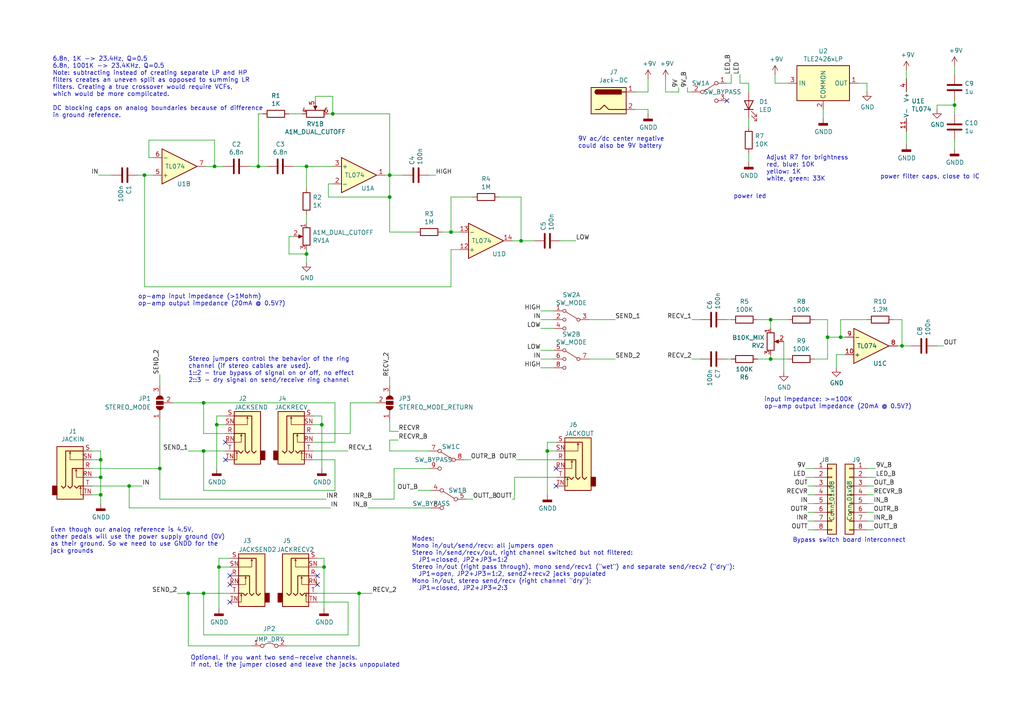
<source format=kicad_sch>
(kicad_sch (version 20211123) (generator eeschema)
  (paper "A4")
  (lib_symbols
    (symbol "Amplifier_Operational:TL074" (pin_names (offset 0.127))
      (property "Reference" "U" (at 0 5.08 0))
      (property "Value" "TL074" (at 0 -5.08 0))
      (symbol "TL074_1_1"
        (polyline (pts (xy -5.08 5.08) (xy 5.08 0) (xy -5.08 -5.08) (xy -5.08 5.08)) (stroke (width 0.254)) (fill (type background)))
        (pin output line (at 7.62 0 180) (length 2.54) (name "~") (number "1"))
        (pin input line (at -7.62 -2.54 0) (length 2.54) (name "-") (number "2"))
        (pin input line (at -7.62 2.54 0) (length 2.54) (name "+") (number "3"))
      )
      (symbol "TL074_2_1"
        (polyline (pts (xy -5.08 5.08) (xy 5.08 0) (xy -5.08 -5.08) (xy -5.08 5.08)) (stroke (width 0.254)) (fill (type background)))
        (pin input line (at -7.62 2.54 0) (length 2.54) (name "+") (number "5"))
        (pin input line (at -7.62 -2.54 0) (length 2.54) (name "-") (number "6"))
        (pin output line (at 7.62 0 180) (length 2.54) (name "~") (number "7"))
      )
      (symbol "TL074_3_1"
        (polyline (pts (xy -5.08 5.08) (xy 5.08 0) (xy -5.08 -5.08) (xy -5.08 5.08)) (stroke (width 0.254)) (fill (type background)))
        (pin input line (at -7.62 2.54 0) (length 2.54) (name "+") (number "10"))
        (pin output line (at 7.62 0 180) (length 2.54) (name "~") (number "8"))
        (pin input line (at -7.62 -2.54 0) (length 2.54) (name "-") (number "9"))
      )
      (symbol "TL074_4_1"
        (polyline (pts (xy -5.08 5.08) (xy 5.08 0) (xy -5.08 -5.08) (xy -5.08 5.08)) (stroke (width 0.254)) (fill (type background)))
        (pin input line (at -7.62 2.54 0) (length 2.54) (name "+") (number "12"))
        (pin input line (at -7.62 -2.54 0) (length 2.54) (name "-") (number "13"))
        (pin output line (at 7.62 0 180) (length 2.54) (name "~") (number "14"))
      )
      (symbol "TL074_5_1"
        (pin power_in line (at -2.54 -7.62 90) (length 3.81) (name "V-") (number "11"))
        (pin power_in line (at -2.54 7.62 270) (length 3.81) (name "V+") (number "4"))
      )
    )
    (symbol "Connector:AudioJack3_Switch"
      (property "Reference" "J" (at 0 11.43 0))
      (property "Value" "AudioJack3_Switch" (at 0 8.89 0))
      (symbol "AudioJack3_Switch_0_1"
        (rectangle (start -5.08 -5.08) (end -6.35 -7.62) (stroke (width 0.254)) (fill (type outline)))
        (polyline (pts (xy -1.27 4.826) (xy -1.016 4.318)))
        (polyline (pts (xy 0.508 -0.254) (xy 0.762 -0.762)))
        (polyline (pts (xy 1.778 -5.334) (xy 2.032 -5.842)))
        (polyline (pts (xy 0 -5.08) (xy 0.635 -5.715) (xy 1.27 -5.08) (xy 2.54 -5.08)) (stroke (width 0.254)))
        (polyline (pts (xy 2.54 -7.62) (xy 1.778 -7.62) (xy 1.778 -5.334) (xy 1.524 -5.842)))
        (polyline (pts (xy 2.54 -2.54) (xy 0.508 -2.54) (xy 0.508 -0.254) (xy 0.254 -0.762)))
        (polyline (pts (xy 2.54 2.54) (xy -1.27 2.54) (xy -1.27 4.826) (xy -1.524 4.318)))
        (polyline (pts (xy -1.905 -5.08) (xy -1.27 -5.715) (xy -0.635 -5.08) (xy -0.635 0) (xy 2.54 0)) (stroke (width 0.254)))
        (polyline (pts (xy 2.54 5.08) (xy -2.54 5.08) (xy -2.54 -5.08) (xy -3.175 -5.715) (xy -3.81 -5.08)) (stroke (width 0.254)))
        (rectangle (start 2.54 6.35) (end -5.08 -8.89) (stroke (width 0.254)) (fill (type background)))
      )
      (symbol "AudioJack3_Switch_1_1"
        (pin passive line (at 5.08 0 180) (length 2.54) (name "~") (number "R"))
        (pin passive line (at 5.08 -2.54 180) (length 2.54) (name "~") (number "RN"))
        (pin passive line (at 5.08 5.08 180) (length 2.54) (name "~") (number "S"))
        (pin passive line (at 5.08 2.54 180) (length 2.54) (name "~") (number "SN"))
        (pin passive line (at 5.08 -5.08 180) (length 2.54) (name "~") (number "T"))
        (pin passive line (at 5.08 -7.62 180) (length 2.54) (name "~") (number "TN"))
      )
    )
    (symbol "Connector:Jack-DC" (pin_names (offset 1.016))
      (property "Reference" "J" (at 0 5.334 0))
      (property "Value" "Jack-DC" (at 0 -5.08 0))
      (symbol "Jack-DC_0_1"
        (rectangle (start -5.08 3.81) (end 5.08 -3.81) (stroke (width 0.254)) (fill (type background)))
        (arc (start -3.302 3.175) (mid -3.937 2.54) (end -3.302 1.905) (stroke (width 0.254)))
        (arc (start -3.302 3.175) (mid -3.937 2.54) (end -3.302 1.905) (stroke (width 0.254)) (fill (type outline)))
        (polyline (pts (xy 5.08 2.54) (xy 3.81 2.54)) (stroke (width 0.254)))
        (polyline (pts (xy -3.81 -2.54) (xy -2.54 -2.54) (xy -1.27 -1.27) (xy 0 -2.54) (xy 2.54 -2.54) (xy 5.08 -2.54)) (stroke (width 0.254)))
        (rectangle (start 3.683 3.175) (end -3.302 1.905) (stroke (width 0.254)) (fill (type outline)))
      )
      (symbol "Jack-DC_1_1"
        (pin passive line (at 7.62 2.54 180) (length 2.54) (name "~") (number "1"))
        (pin passive line (at 7.62 -2.54 180) (length 2.54) (name "~") (number "2"))
      )
    )
    (symbol "Connector_Generic:Conn_01x08" (pin_names (offset 1.016) hide)
      (property "Reference" "J" (at 0 10.16 0))
      (property "Value" "Conn_01x08" (at 0 -12.7 0))
      (symbol "Conn_01x08_1_1"
        (rectangle (start -1.27 -10.033) (end 0 -10.287) (stroke (width 0.1524)))
        (rectangle (start -1.27 -7.493) (end 0 -7.747) (stroke (width 0.1524)))
        (rectangle (start -1.27 -4.953) (end 0 -5.207) (stroke (width 0.1524)))
        (rectangle (start -1.27 -2.413) (end 0 -2.667) (stroke (width 0.1524)))
        (rectangle (start -1.27 0.127) (end 0 -0.127) (stroke (width 0.1524)))
        (rectangle (start -1.27 2.667) (end 0 2.413) (stroke (width 0.1524)))
        (rectangle (start -1.27 5.207) (end 0 4.953) (stroke (width 0.1524)))
        (rectangle (start -1.27 7.747) (end 0 7.493) (stroke (width 0.1524)))
        (rectangle (start -1.27 8.89) (end 1.27 -11.43) (stroke (width 0.254)) (fill (type background)))
        (pin passive line (at -5.08 7.62 0) (length 3.81) (name "Pin_1") (number "1"))
        (pin passive line (at -5.08 5.08 0) (length 3.81) (name "Pin_2") (number "2"))
        (pin passive line (at -5.08 2.54 0) (length 3.81) (name "Pin_3") (number "3"))
        (pin passive line (at -5.08 0 0) (length 3.81) (name "Pin_4") (number "4"))
        (pin passive line (at -5.08 -2.54 0) (length 3.81) (name "Pin_5") (number "5"))
        (pin passive line (at -5.08 -5.08 0) (length 3.81) (name "Pin_6") (number "6"))
        (pin passive line (at -5.08 -7.62 0) (length 3.81) (name "Pin_7") (number "7"))
        (pin passive line (at -5.08 -10.16 0) (length 3.81) (name "Pin_8") (number "8"))
      )
    )
    (symbol "Device:C" (pin_numbers hide) (pin_names (offset 0.254))
      (property "Reference" "C" (at 0.635 2.54 0))
      (property "Value" "C" (at 0.635 -2.54 0))
      (symbol "C_0_1"
        (polyline (pts (xy -2.032 -0.762) (xy 2.032 -0.762)) (stroke (width 0.508)))
        (polyline (pts (xy -2.032 0.762) (xy 2.032 0.762)) (stroke (width 0.508)))
      )
      (symbol "C_1_1"
        (pin passive line (at 0 3.81 270) (length 2.794) (name "~") (number "1"))
        (pin passive line (at 0 -3.81 90) (length 2.794) (name "~") (number "2"))
      )
    )
    (symbol "Device:LED" (pin_numbers hide) (pin_names (offset 1.016) hide)
      (property "Reference" "D" (at 0 2.54 0))
      (property "Value" "LED" (at 0 -2.54 0))
      (symbol "LED_0_1"
        (polyline (pts (xy -1.27 -1.27) (xy -1.27 1.27)) (stroke (width 0.254)))
        (polyline (pts (xy -1.27 0) (xy 1.27 0)))
        (polyline (pts (xy 1.27 -1.27) (xy 1.27 1.27) (xy -1.27 0) (xy 1.27 -1.27)) (stroke (width 0.254)))
        (polyline (pts (xy -3.048 -0.762) (xy -4.572 -2.286) (xy -3.81 -2.286) (xy -4.572 -2.286) (xy -4.572 -1.524)))
        (polyline (pts (xy -1.778 -0.762) (xy -3.302 -2.286) (xy -2.54 -2.286) (xy -3.302 -2.286) (xy -3.302 -1.524)))
      )
      (symbol "LED_1_1"
        (pin passive line (at -3.81 0 0) (length 2.54) (name "K") (number "1"))
        (pin passive line (at 3.81 0 180) (length 2.54) (name "A") (number "2"))
      )
    )
    (symbol "Device:R" (pin_numbers hide) (pin_names (offset 0))
      (property "Reference" "R" (at 2.032 0 90))
      (property "Value" "R" (at 0 0 90))
      (symbol "R_0_1"
        (rectangle (start -1.016 -2.54) (end 1.016 2.54) (stroke (width 0.254)))
      )
      (symbol "R_1_1"
        (pin passive line (at 0 3.81 270) (length 1.27) (name "~") (number "1"))
        (pin passive line (at 0 -3.81 90) (length 1.27) (name "~") (number "2"))
      )
    )
    (symbol "Device:R_Potentiometer" (pin_names (offset 1.016) hide)
      (property "Reference" "RV" (at -4.445 0 90))
      (property "Value" "R_Potentiometer" (at -2.54 0 90))
      (symbol "R_Potentiometer_0_1"
        (polyline (pts (xy 2.54 0) (xy 1.524 0)))
        (polyline (pts (xy 1.143 0) (xy 2.286 0.508) (xy 2.286 -0.508) (xy 1.143 0)) (fill (type outline)))
        (rectangle (start 1.016 2.54) (end -1.016 -2.54) (stroke (width 0.254)))
      )
      (symbol "R_Potentiometer_1_1"
        (pin passive line (at 0 3.81 270) (length 1.27) (name "1") (number "1"))
        (pin passive line (at 3.81 0 180) (length 1.27) (name "2") (number "2"))
        (pin passive line (at 0 -3.81 90) (length 1.27) (name "3") (number "3"))
      )
    )
    (symbol "Device:R_Potentiometer_Dual_Separate" (pin_names (offset 1.016) hide)
      (property "Reference" "RV" (at -4.445 0 90))
      (property "Value" "R_Potentiometer_Dual_Separate" (at -2.54 0 90))
      (symbol "R_Potentiometer_Dual_Separate_0_1"
        (polyline (pts (xy 2.54 0) (xy 1.524 0)))
        (polyline (pts (xy 1.143 0) (xy 2.286 0.508) (xy 2.286 -0.508) (xy 1.143 0)) (fill (type outline)))
        (rectangle (start 1.016 2.54) (end -1.016 -2.54) (stroke (width 0.254)))
      )
      (symbol "R_Potentiometer_Dual_Separate_1_1"
        (pin passive line (at 0 3.81 270) (length 1.27) (name "1") (number "1"))
        (pin passive line (at 3.81 0 180) (length 1.27) (name "2") (number "2"))
        (pin passive line (at 0 -3.81 90) (length 1.27) (name "3") (number "3"))
      )
      (symbol "R_Potentiometer_Dual_Separate_2_1"
        (pin passive line (at 0 3.81 270) (length 1.27) (name "4") (number "4"))
        (pin passive line (at 3.81 0 180) (length 1.27) (name "5") (number "5"))
        (pin passive line (at 0 -3.81 90) (length 1.27) (name "6") (number "6"))
      )
    )
    (symbol "Jumper:Jumper_2_Bridged" (pin_names (offset 0) hide)
      (property "Reference" "JP" (at 0 1.905 0))
      (property "Value" "Jumper_2_Bridged" (at 0 -2.54 0))
      (symbol "Jumper_2_Bridged_0_0"
        (circle (center -2.032 0) (radius 0.508))
        (circle (center 2.032 0) (radius 0.508))
      )
      (symbol "Jumper_2_Bridged_0_1"
        (arc (start 1.524 0.254) (mid 0 0.762) (end -1.524 0.254))
      )
      (symbol "Jumper_2_Bridged_1_1"
        (pin passive line (at -5.08 0 0) (length 2.54) (name "A") (number "1"))
        (pin passive line (at 5.08 0 180) (length 2.54) (name "B") (number "2"))
      )
    )
    (symbol "Jumper:SolderJumper_3_Open" (pin_names (offset 0) hide)
      (property "Reference" "JP" (at -2.54 -2.54 0))
      (property "Value" "SolderJumper_3_Open" (at 0 2.794 0))
      (symbol "SolderJumper_3_Open_0_1"
        (arc (start -1.016 1.016) (mid -2.032 0) (end -1.016 -1.016))
        (arc (start -1.016 1.016) (mid -2.032 0) (end -1.016 -1.016) (fill (type outline)))
        (rectangle (start -0.508 1.016) (end 0.508 -1.016) (fill (type outline)))
        (polyline (pts (xy -2.54 0) (xy -2.032 0)))
        (polyline (pts (xy -1.016 1.016) (xy -1.016 -1.016)))
        (polyline (pts (xy 0 -1.27) (xy 0 -1.016)))
        (polyline (pts (xy 1.016 1.016) (xy 1.016 -1.016)))
        (polyline (pts (xy 2.54 0) (xy 2.032 0)))
        (arc (start 1.016 -1.016) (mid 2.032 0) (end 1.016 1.016))
        (arc (start 1.016 -1.016) (mid 2.032 0) (end 1.016 1.016) (fill (type outline)))
      )
      (symbol "SolderJumper_3_Open_1_1"
        (pin passive line (at -5.08 0 0) (length 2.54) (name "A") (number "1"))
        (pin passive line (at 0 -3.81 90) (length 2.54) (name "C") (number "2"))
        (pin passive line (at 5.08 0 180) (length 2.54) (name "B") (number "3"))
      )
    )
    (symbol "Reference_Voltage:TLE2426xLP"
      (property "Reference" "U" (at -7.874 6.35 0))
      (property "Value" "TLE2426xLP" (at 11.43 6.35 0))
      (symbol "TLE2426xLP_0_1"
        (rectangle (start -7.62 5.08) (end 7.62 -5.08) (stroke (width 0.254)) (fill (type background)))
      )
      (symbol "TLE2426xLP_1_1"
        (pin power_out line (at 10.16 0 180) (length 2.54) (name "OUT") (number "1"))
        (pin power_in line (at 0 -7.62 90) (length 2.54) (name "COMMON") (number "2"))
        (pin power_in line (at -10.16 0 0) (length 2.54) (name "IN") (number "3"))
      )
    )
    (symbol "Switch:SW_DP3T" (pin_names (offset 0) hide)
      (property "Reference" "SW" (at 0 5.08 0))
      (property "Value" "SW_DP3T" (at 0 -5.08 0))
      (symbol "SW_DP3T_0_1"
        (circle (center -2.032 0) (radius 0.4572))
        (polyline (pts (xy -1.651 0.254) (xy 1.651 2.286)))
        (circle (center 2.032 -2.54) (radius 0.4572))
        (circle (center 2.032 0) (radius 0.4572))
        (circle (center 2.032 2.54) (radius 0.4572))
      )
      (symbol "SW_DP3T_1_1"
        (pin passive line (at 5.08 2.54 180) (length 2.54) (name "1") (number "1"))
        (pin passive line (at 5.08 0 180) (length 2.54) (name "2") (number "2"))
        (pin passive line (at -5.08 0 0) (length 2.54) (name "3") (number "3"))
        (pin passive line (at 5.08 -2.54 180) (length 2.54) (name "4") (number "4"))
      )
      (symbol "SW_DP3T_2_1"
        (pin passive line (at 5.08 2.54 180) (length 2.54) (name "5") (number "5"))
        (pin passive line (at 5.08 0 180) (length 2.54) (name "6") (number "6"))
        (pin passive line (at -5.08 0 0) (length 2.54) (name "7") (number "7"))
        (pin passive line (at 5.08 -2.54 180) (length 2.54) (name "8") (number "8"))
      )
    )
    (symbol "_effects_shared:SW_3PDT_x3-Switch" (pin_names (offset 0) hide)
      (property "Reference" "SW" (at 0 4.318 0))
      (property "Value" "SW_3PDT_x3-Switch" (at 0 -5.08 0))
      (symbol "SW_3PDT_x3-Switch_0_0"
        (circle (center -2.032 0) (radius 0.508))
        (circle (center 2.032 -2.54) (radius 0.508))
      )
      (symbol "SW_3PDT_x3-Switch_0_1"
        (polyline (pts (xy -1.524 0.254) (xy 1.651 2.286)))
        (circle (center 2.032 2.54) (radius 0.508))
      )
      (symbol "SW_3PDT_x3-Switch_1_1"
        (pin passive line (at 5.08 2.54 180) (length 2.54) (name "A") (number "1"))
        (pin passive line (at -5.08 0 0) (length 2.54) (name "B") (number "2"))
        (pin passive line (at 5.08 -2.54 180) (length 2.54) (name "C") (number "3"))
      )
      (symbol "SW_3PDT_x3-Switch_2_1"
        (pin passive line (at 5.08 2.54 180) (length 2.54) (name "A") (number "4"))
        (pin passive line (at -5.08 0 0) (length 2.54) (name "B") (number "5"))
        (pin passive line (at 5.08 -2.54 180) (length 2.54) (name "C") (number "6"))
      )
      (symbol "SW_3PDT_x3-Switch_3_1"
        (pin passive line (at 5.08 2.54 180) (length 2.54) (name "A") (number "7"))
        (pin passive line (at -5.08 0 0) (length 2.54) (name "B") (number "8"))
        (pin passive line (at 5.08 -2.54 180) (length 2.54) (name "C") (number "9"))
      )
    )
    (symbol "power:+9V" (power) (pin_names (offset 0))
      (property "Value" "+9V" (at 0 3.556 0))
      (symbol "+9V_0_1"
        (polyline (pts (xy -0.762 1.27) (xy 0 2.54)))
        (polyline (pts (xy 0 0) (xy 0 2.54)))
        (polyline (pts (xy 0 2.54) (xy 0.762 1.27)))
      )
      (symbol "+9V_1_1"
        (pin power_in line (at 0 0 90) (length 0) hide (name "+9V") (number "1"))
      )
    )
    (symbol "power:GND" (power) (pin_names (offset 0))
      (property "Value" "GND" (at 0 -3.81 0))
      (symbol "GND_0_1"
        (polyline (pts (xy 0 0) (xy 0 -1.27) (xy 1.27 -1.27) (xy 0 -2.54) (xy -1.27 -1.27) (xy 0 -1.27)))
      )
      (symbol "GND_1_1"
        (pin power_in line (at 0 0 270) (length 0) hide (name "GND") (number "1"))
      )
    )
    (symbol "power:GNDD" (power) (pin_names (offset 0))
      (property "Value" "GNDD" (at 0 -3.175 0))
      (symbol "GNDD_0_1"
        (rectangle (start -1.27 -1.524) (end 1.27 -2.032) (stroke (width 0.254)) (fill (type outline)))
        (polyline (pts (xy 0 0) (xy 0 -1.524)))
      )
      (symbol "GNDD_1_1"
        (pin power_in line (at 0 0 270) (length 0) hide (name "GNDD") (number "1"))
      )
    )
  )
  (junction (at 59.055 116.84))
  (junction (at 130.81 67.31))
  (junction (at 41.91 50.8))
  (junction (at 261.62 100.33))
  (junction (at 62.865 123.19))
  (junction (at 63.5 164.465))
  (junction (at 37.465 140.97))
  (junction (at 29.21 133.35))
  (junction (at 59.055 130.81))
  (junction (at 46.355 135.89))
  (junction (at 88.9 48.26))
  (junction (at 54.61 172.085))
  (junction (at 223.52 104.14))
  (junction (at 59.055 172.085))
  (junction (at 243.84 97.79))
  (junction (at 96.52 33.02))
  (junction (at 113.03 50.8))
  (junction (at 113.03 57.15))
  (junction (at 29.21 143.51))
  (junction (at 93.98 164.465))
  (junction (at 93.345 123.19))
  (junction (at 240.03 97.79))
  (junction (at 74.93 48.26))
  (junction (at 104.14 172.085))
  (junction (at 29.21 138.43))
  (junction (at 62.23 48.26))
  (junction (at 276.86 30.48))
  (junction (at 223.52 92.71))
  (junction (at 158.75 130.81))
  (junction (at 88.9 73.66))
  (junction (at 151.13 69.85))
  (no_connect (at 66.675 167.005))
  (no_connect (at 161.29 135.89))
  (no_connect (at 65.405 133.35))
  (no_connect (at 65.405 128.27))
  (no_connect (at 66.675 169.545))
  (no_connect (at 92.075 167.005))
  (no_connect (at 161.29 140.97))
  (no_connect (at 210.82 29.21))
  (no_connect (at 92.075 169.545))
  (no_connect (at 66.675 174.625))
  (wire (pts (xy 217.17 24.13) (xy 217.17 26.67)))
  (wire (pts (xy 261.62 100.33) (xy 260.35 100.33)))
  (wire (pts (xy 91.44 27.94) (xy 96.52 27.94)))
  (wire (pts (xy 276.86 29.21) (xy 276.86 30.48)))
  (wire (pts (xy 88.9 73.66) (xy 88.9 76.2)))
  (wire (pts (xy 113.03 125.095) (xy 115.57 125.095)))
  (wire (pts (xy 251.46 26.67) (xy 251.46 24.13)))
  (wire (pts (xy 114.3 135.89) (xy 114.3 144.78)))
  (wire (pts (xy 93.345 120.65) (xy 90.805 120.65)))
  (wire (pts (xy 224.79 24.13) (xy 224.79 21.59)))
  (wire (pts (xy 214.63 21.59) (xy 214.63 24.13)))
  (wire (pts (xy 83.82 68.58) (xy 83.82 73.66)))
  (wire (pts (xy 170.815 104.14) (xy 178.435 104.14)))
  (wire (pts (xy 236.22 104.14) (xy 240.03 104.14)))
  (wire (pts (xy 242.57 106.68) (xy 242.57 102.87)))
  (wire (pts (xy 240.03 97.79) (xy 240.03 92.71)))
  (wire (pts (xy 41.91 50.8) (xy 44.45 50.8)))
  (wire (pts (xy 59.055 116.84) (xy 59.055 125.73)))
  (wire (pts (xy 130.81 57.15) (xy 130.81 67.31)))
  (wire (pts (xy 106.68 147.32) (xy 125.095 147.32)))
  (wire (pts (xy 243.84 97.79) (xy 245.11 97.79)))
  (wire (pts (xy 29.21 133.35) (xy 29.21 138.43)))
  (wire (pts (xy 251.46 153.67) (xy 253.365 153.67)))
  (wire (pts (xy 59.055 184.15) (xy 59.055 172.085)))
  (wire (pts (xy 149.86 133.35) (xy 161.29 133.35)))
  (wire (pts (xy 107.95 144.78) (xy 114.3 144.78)))
  (wire (pts (xy 54.61 187.325) (xy 73.025 187.325)))
  (wire (pts (xy 62.865 123.19) (xy 62.865 120.65)))
  (wire (pts (xy 223.52 102.87) (xy 223.52 104.14)))
  (wire (pts (xy 97.155 116.84) (xy 59.055 116.84)))
  (wire (pts (xy 91.44 29.21) (xy 91.44 27.94)))
  (wire (pts (xy 151.13 69.85) (xy 154.94 69.85)))
  (wire (pts (xy 217.17 46.99) (xy 217.17 44.45)))
  (wire (pts (xy 156.845 106.68) (xy 160.655 106.68)))
  (wire (pts (xy 236.22 92.71) (xy 240.03 92.71)))
  (wire (pts (xy 219.71 104.14) (xy 223.52 104.14)))
  (wire (pts (xy 276.86 43.18) (xy 276.86 40.64)))
  (wire (pts (xy 50.165 116.84) (xy 59.055 116.84)))
  (wire (pts (xy 66.675 161.925) (xy 63.5 161.925)))
  (wire (pts (xy 124.46 50.8) (xy 126.365 50.8)))
  (wire (pts (xy 264.16 100.33) (xy 261.62 100.33)))
  (wire (pts (xy 223.52 95.25) (xy 223.52 92.71)))
  (wire (pts (xy 262.89 20.32) (xy 262.89 22.86)))
  (wire (pts (xy 199.39 25.4) (xy 199.39 26.67)))
  (wire (pts (xy 200.66 92.71) (xy 203.2 92.71)))
  (wire (pts (xy 100.965 174.625) (xy 100.965 184.15)))
  (wire (pts (xy 63.5 161.925) (xy 63.5 164.465)))
  (wire (pts (xy 92.075 164.465) (xy 93.98 164.465)))
  (wire (pts (xy 261.62 92.71) (xy 261.62 100.33)))
  (wire (pts (xy 59.055 172.085) (xy 66.675 172.085)))
  (wire (pts (xy 276.86 30.48) (xy 276.86 33.02)))
  (wire (pts (xy 93.98 161.925) (xy 93.98 164.465)))
  (wire (pts (xy 193.04 26.67) (xy 196.85 26.67)))
  (wire (pts (xy 92.075 172.085) (xy 104.14 172.085)))
  (wire (pts (xy 276.86 21.59) (xy 276.86 19.05)))
  (wire (pts (xy 90.805 130.81) (xy 100.965 130.81)))
  (wire (pts (xy 187.96 33.02) (xy 187.96 31.75)))
  (wire (pts (xy 234.315 140.97) (xy 236.22 140.97)))
  (wire (pts (xy 26.67 143.51) (xy 29.21 143.51)))
  (wire (pts (xy 113.03 127.635) (xy 113.03 130.81)))
  (wire (pts (xy 251.46 151.13) (xy 253.365 151.13)))
  (wire (pts (xy 210.82 104.14) (xy 212.09 104.14)))
  (wire (pts (xy 251.46 24.13) (xy 248.92 24.13)))
  (wire (pts (xy 51.435 172.085) (xy 54.61 172.085)))
  (wire (pts (xy 158.75 130.81) (xy 158.75 143.51)))
  (wire (pts (xy 212.09 21.59) (xy 212.09 24.13)))
  (wire (pts (xy 234.315 151.13) (xy 236.22 151.13)))
  (wire (pts (xy 59.055 130.81) (xy 59.055 142.24)))
  (wire (pts (xy 43.18 40.64) (xy 62.23 40.64)))
  (wire (pts (xy 97.155 128.27) (xy 90.805 128.27)))
  (wire (pts (xy 217.17 36.83) (xy 217.17 34.29)))
  (wire (pts (xy 210.82 92.71) (xy 212.09 92.71)))
  (wire (pts (xy 74.93 48.26) (xy 77.47 48.26)))
  (wire (pts (xy 233.68 135.89) (xy 236.22 135.89)))
  (wire (pts (xy 93.345 123.19) (xy 93.345 120.65)))
  (wire (pts (xy 149.225 138.43) (xy 161.29 138.43)))
  (wire (pts (xy 46.355 144.78) (xy 94.615 144.78)))
  (wire (pts (xy 242.57 102.87) (xy 245.11 102.87)))
  (wire (pts (xy 114.3 135.89) (xy 124.46 135.89)))
  (wire (pts (xy 95.25 53.34) (xy 96.52 53.34)))
  (wire (pts (xy 212.09 24.13) (xy 210.82 24.13)))
  (wire (pts (xy 46.355 135.89) (xy 46.355 144.78)))
  (wire (pts (xy 83.185 187.325) (xy 104.14 187.325)))
  (wire (pts (xy 134.62 133.35) (xy 136.525 133.35)))
  (wire (pts (xy 161.29 130.81) (xy 158.75 130.81)))
  (wire (pts (xy 251.46 138.43) (xy 254 138.43)))
  (wire (pts (xy 156.845 90.17) (xy 160.655 90.17)))
  (wire (pts (xy 26.67 138.43) (xy 29.21 138.43)))
  (wire (pts (xy 59.69 48.26) (xy 62.23 48.26)))
  (wire (pts (xy 193.04 22.86) (xy 193.04 26.67)))
  (wire (pts (xy 59.055 130.81) (xy 65.405 130.81)))
  (wire (pts (xy 29.21 146.05) (xy 29.21 143.51)))
  (wire (pts (xy 46.355 121.92) (xy 46.355 135.89)))
  (wire (pts (xy 128.27 67.31) (xy 130.81 67.31)))
  (wire (pts (xy 111.76 50.8) (xy 113.03 50.8)))
  (wire (pts (xy 92.075 161.925) (xy 93.98 161.925)))
  (wire (pts (xy 113.03 50.8) (xy 116.84 50.8)))
  (wire (pts (xy 83.82 73.66) (xy 88.9 73.66)))
  (wire (pts (xy 271.78 100.33) (xy 273.685 100.33)))
  (wire (pts (xy 113.03 33.02) (xy 113.03 50.8)))
  (wire (pts (xy 214.63 24.13) (xy 217.17 24.13)))
  (wire (pts (xy 238.76 31.75) (xy 238.76 34.29)))
  (wire (pts (xy 88.9 48.26) (xy 96.52 48.26)))
  (wire (pts (xy 156.845 101.6) (xy 160.655 101.6)))
  (wire (pts (xy 223.52 104.14) (xy 228.6 104.14)))
  (wire (pts (xy 88.9 62.23) (xy 88.9 64.77)))
  (wire (pts (xy 97.155 133.35) (xy 90.805 133.35)))
  (wire (pts (xy 161.29 128.27) (xy 158.75 128.27)))
  (wire (pts (xy 113.03 127.635) (xy 115.57 127.635)))
  (wire (pts (xy 96.52 33.02) (xy 113.03 33.02)))
  (wire (pts (xy 234.315 146.05) (xy 236.22 146.05)))
  (wire (pts (xy 135.255 144.78) (xy 137.16 144.78)))
  (wire (pts (xy 37.465 140.97) (xy 37.465 147.32)))
  (wire (pts (xy 228.6 24.13) (xy 224.79 24.13)))
  (wire (pts (xy 95.25 57.15) (xy 95.25 53.34)))
  (wire (pts (xy 40.005 50.8) (xy 41.91 50.8)))
  (wire (pts (xy 233.68 138.43) (xy 236.22 138.43)))
  (wire (pts (xy 158.75 128.27) (xy 158.75 130.81)))
  (wire (pts (xy 63.5 164.465) (xy 63.5 176.53)))
  (wire (pts (xy 199.39 26.67) (xy 200.66 26.67)))
  (wire (pts (xy 62.23 40.64) (xy 62.23 48.26)))
  (wire (pts (xy 90.805 123.19) (xy 93.345 123.19)))
  (wire (pts (xy 100.965 184.15) (xy 59.055 184.15)))
  (wire (pts (xy 54.61 187.325) (xy 54.61 172.085)))
  (wire (pts (xy 26.67 140.97) (xy 37.465 140.97)))
  (wire (pts (xy 29.21 133.35) (xy 29.21 130.81)))
  (wire (pts (xy 97.155 142.24) (xy 97.155 133.35)))
  (wire (pts (xy 62.23 48.26) (xy 64.77 48.26)))
  (wire (pts (xy 41.91 83.185) (xy 130.81 83.185)))
  (wire (pts (xy 162.56 69.85) (xy 167.005 69.85)))
  (wire (pts (xy 151.13 57.15) (xy 144.78 57.15)))
  (wire (pts (xy 130.81 67.31) (xy 133.35 67.31)))
  (wire (pts (xy 234.315 148.59) (xy 236.22 148.59)))
  (wire (pts (xy 93.345 123.19) (xy 93.345 135.89)))
  (wire (pts (xy 44.45 45.72) (xy 43.18 45.72)))
  (wire (pts (xy 62.865 123.19) (xy 62.865 135.89)))
  (wire (pts (xy 93.98 164.465) (xy 93.98 176.53)))
  (wire (pts (xy 85.09 48.26) (xy 88.9 48.26)))
  (wire (pts (xy 97.155 128.27) (xy 97.155 116.84)))
  (wire (pts (xy 95.25 33.02) (xy 96.52 33.02)))
  (wire (pts (xy 113.03 109.22) (xy 113.03 111.76)))
  (wire (pts (xy 251.46 146.05) (xy 253.365 146.05)))
  (wire (pts (xy 251.46 143.51) (xy 253.365 143.51)))
  (wire (pts (xy 46.355 108.585) (xy 46.355 111.76)))
  (wire (pts (xy 65.405 123.19) (xy 62.865 123.19)))
  (wire (pts (xy 43.18 45.72) (xy 43.18 40.64)))
  (wire (pts (xy 187.96 22.86) (xy 187.96 26.67)))
  (wire (pts (xy 113.03 57.15) (xy 95.25 57.15)))
  (wire (pts (xy 262.89 41.91) (xy 262.89 38.1)))
  (wire (pts (xy 156.845 92.71) (xy 160.655 92.71)))
  (wire (pts (xy 243.84 92.71) (xy 243.84 97.79)))
  (wire (pts (xy 227.33 99.06) (xy 227.33 107.95)))
  (wire (pts (xy 104.14 187.325) (xy 104.14 172.085)))
  (wire (pts (xy 41.91 50.8) (xy 41.91 83.185)))
  (wire (pts (xy 29.21 130.81) (xy 26.67 130.81)))
  (wire (pts (xy 196.85 26.67) (xy 196.85 25.4)))
  (wire (pts (xy 271.78 31.75) (xy 271.78 30.48)))
  (wire (pts (xy 219.71 92.71) (xy 223.52 92.71)))
  (wire (pts (xy 76.2 33.02) (xy 74.93 33.02)))
  (wire (pts (xy 156.845 104.14) (xy 160.655 104.14)))
  (wire (pts (xy 187.96 31.75) (xy 184.15 31.75)))
  (wire (pts (xy 121.285 142.24) (xy 125.095 142.24)))
  (wire (pts (xy 96.52 27.94) (xy 96.52 33.02)))
  (wire (pts (xy 72.39 48.26) (xy 74.93 48.26)))
  (wire (pts (xy 251.46 92.71) (xy 243.84 92.71)))
  (wire (pts (xy 59.055 125.73) (xy 65.405 125.73)))
  (wire (pts (xy 259.08 92.71) (xy 261.62 92.71)))
  (wire (pts (xy 149.225 138.43) (xy 149.225 144.78)))
  (wire (pts (xy 234.315 143.51) (xy 236.22 143.51)))
  (wire (pts (xy 62.865 120.65) (xy 65.405 120.65)))
  (wire (pts (xy 88.9 48.26) (xy 88.9 54.61)))
  (wire (pts (xy 170.815 92.71) (xy 178.435 92.71)))
  (wire (pts (xy 101.6 116.84) (xy 101.6 125.73)))
  (wire (pts (xy 148.59 69.85) (xy 151.13 69.85)))
  (wire (pts (xy 54.61 172.085) (xy 59.055 172.085)))
  (wire (pts (xy 85.09 68.58) (xy 83.82 68.58)))
  (wire (pts (xy 83.82 33.02) (xy 87.63 33.02)))
  (wire (pts (xy 251.46 135.89) (xy 254 135.89)))
  (wire (pts (xy 104.14 172.085) (xy 107.95 172.085)))
  (wire (pts (xy 113.03 67.31) (xy 113.03 57.15)))
  (wire (pts (xy 90.805 125.73) (xy 101.6 125.73)))
  (wire (pts (xy 101.6 116.84) (xy 109.22 116.84)))
  (wire (pts (xy 130.81 72.39) (xy 133.35 72.39)))
  (wire (pts (xy 63.5 164.465) (xy 66.675 164.465)))
  (wire (pts (xy 251.46 148.59) (xy 253.365 148.59)))
  (wire (pts (xy 251.46 140.97) (xy 253.365 140.97)))
  (wire (pts (xy 26.67 133.35) (xy 29.21 133.35)))
  (wire (pts (xy 92.075 174.625) (xy 100.965 174.625)))
  (wire (pts (xy 113.03 121.92) (xy 113.03 125.095)))
  (wire (pts (xy 240.03 97.79) (xy 243.84 97.79)))
  (wire (pts (xy 54.61 130.81) (xy 59.055 130.81)))
  (wire (pts (xy 113.03 50.8) (xy 113.03 57.15)))
  (wire (pts (xy 223.52 92.71) (xy 228.6 92.71)))
  (wire (pts (xy 113.03 130.81) (xy 124.46 130.81)))
  (wire (pts (xy 59.055 142.24) (xy 97.155 142.24)))
  (wire (pts (xy 88.9 72.39) (xy 88.9 73.66)))
  (wire (pts (xy 26.67 135.89) (xy 46.355 135.89)))
  (wire (pts (xy 120.65 67.31) (xy 113.03 67.31)))
  (wire (pts (xy 148.59 144.78) (xy 149.225 144.78)))
  (wire (pts (xy 200.66 104.14) (xy 203.2 104.14)))
  (wire (pts (xy 28.575 50.8) (xy 32.385 50.8)))
  (wire (pts (xy 151.13 69.85) (xy 151.13 57.15)))
  (wire (pts (xy 29.21 143.51) (xy 29.21 138.43)))
  (wire (pts (xy 184.15 26.67) (xy 187.96 26.67)))
  (wire (pts (xy 37.465 140.97) (xy 41.275 140.97)))
  (wire (pts (xy 74.93 33.02) (xy 74.93 48.26)))
  (wire (pts (xy 271.78 30.48) (xy 276.86 30.48)))
  (wire (pts (xy 37.465 147.32) (xy 95.885 147.32)))
  (wire (pts (xy 130.81 72.39) (xy 130.81 83.185)))
  (wire (pts (xy 234.315 153.67) (xy 236.22 153.67)))
  (wire (pts (xy 137.16 57.15) (xy 130.81 57.15)))
  (wire (pts (xy 156.845 95.25) (xy 160.655 95.25)))
  (wire (pts (xy 240.03 104.14) (xy 240.03 97.79)))
  (text "Modes:\nMono in/out/send/recv: all jumpers open\nStereo in/send/recv/out, right channel switched but not filtered:\n  JP1=closed, JP2+JP3=1:2\nStereo in/out (right pass through), mono send/recv1 (\"wet\") and separate send/recv2 (\"dry\"):\n  JP1=open, JP2+JP3=1:2, send2+recv2 jacks populated\nMono in/out, stereo send/recv (right channel \"dry\"):\n  JP1=closed, JP2+JP3=2:3" (at 119.38 171.45 0) (effects (font (size 1.27 1.27)) (justify left bottom)))
  (text "Optional, if you want two send-receive channels.\nIf not, tie the jumper closed and leave the jacks unpopulated" (at 55.245 193.675 0) (effects (font (size 1.27 1.27)) (justify left bottom)))
  (text "Adjust R7 for brightness\nred, blue: 10K\nyellow: 1K\nwhite, green: 33K" (at 222.25 52.705 0) (effects (font (size 1.27 1.27)) (justify left bottom)))
  (text "power led" (at 212.725 57.785 0) (effects (font (size 1.27 1.27)) (justify left bottom)))
  (text "power filter caps, close to IC" (at 255.27 52.07 0) (effects (font (size 1.27 1.27)) (justify left bottom)))
  (text "input impedance: >=100K\nop-amp output impedance (20mA @ 0.5V?)" (at 221.615 118.745 0) (effects (font (size 1.27 1.27)) (justify left bottom)))
  (text "op-amp input impedance (>1Mohm)\nop-amp output impedance (20mA @ 0.5V?)" (at 40.005 88.9 0) (effects (font (size 1.27 1.27)) (justify left bottom)))
  (text "6.8n, 1K -> 23.4Hz, Q=0.5\n6.8n, 1001K -> 23.4KHz, Q=0.5\nNote: subtracting instead of creating separate LP and HP\nfilters creates an uneven split as opposed to summing LR\nfilters. Creating a true crossover would require VCFs,\nwhich would be more complicated.\n\nDC blocking caps on analog boundaries because of difference\nin ground reference." (at 15.24 34.29 0) (effects (font (size 1.27 1.27)) (justify left bottom)))
  (text "Stereo jumpers control the behavior of the ring\nchannel (if stereo cables are used).\n1::2 - true bypass of signal on or off, no effect\n2::3 - dry signal on send/receive ring channel" (at 54.61 111.125 0) (effects (font (size 1.27 1.27)) (justify left bottom)))
  (text "9V ac/dc center negative\ncould also be 9V battery" (at 167.64 43.18 0) (effects (font (size 1.27 1.27)) (justify left bottom)))
  (text "Bypass switch board interconnect" (at 229.87 157.48 0) (effects (font (size 1.27 1.27)) (justify left bottom)))
  (text "Even though our analog reference is 4.5V,\nother pedals will use the power supply ground (0V)\nas their ground. So we need to use GNDD for the\njack grounds" (at 14.605 160.655 0) (effects (font (size 1.27 1.27)) (justify left bottom)))
  (label "9V_B" (at 254 135.89 0))
  (label "RECV_1" (at 100.965 130.81 0))
  (label "OUTT_B" (at 137.16 144.78 0))
  (label "IN" (at 41.275 140.97 0))
  (label "LED_B" (at 254 138.43 0))
  (label "RECVR_B" (at 253.365 143.51 0))
  (label "RECV_1" (at 200.66 92.71 180))
  (label "RECVR" (at 115.57 125.095 0))
  (label "HIGH" (at 126.365 50.8 0))
  (label "INR_B" (at 107.95 144.78 180))
  (label "9V_B" (at 199.39 25.4 90))
  (label "OUTT_B" (at 253.365 153.67 0))
  (label "IN_B" (at 106.68 147.32 180))
  (label "RECV_2" (at 113.03 109.22 90))
  (label "OUTR_B" (at 136.525 133.35 0))
  (label "INR" (at 234.315 151.13 180))
  (label "LOW" (at 167.005 69.85 0))
  (label "OUTR" (at 234.315 148.59 180))
  (label "SEND_2" (at 51.435 172.085 180))
  (label "OUTR" (at 149.86 133.35 180))
  (label "9V" (at 233.68 135.89 180))
  (label "OUT" (at 273.685 100.33 0))
  (label "SEND_1" (at 54.61 130.81 180))
  (label "HIGH" (at 156.845 90.17 180))
  (label "LED_B" (at 212.09 21.59 90))
  (label "LOW" (at 156.845 101.6 180))
  (label "HIGH" (at 156.845 106.68 180))
  (label "RECV_2" (at 107.95 172.085 0))
  (label "LOW" (at 156.845 95.25 180))
  (label "SEND_2" (at 46.355 108.585 90))
  (label "OUT_B" (at 253.365 140.97 0))
  (label "RECVR" (at 234.315 143.51 180))
  (label "IN" (at 234.315 146.05 180))
  (label "OUTT" (at 234.315 153.67 180))
  (label "IN_B" (at 253.365 146.05 0))
  (label "IN" (at 95.885 147.32 0))
  (label "IN" (at 28.575 50.8 180))
  (label "LED" (at 233.68 138.43 180))
  (label "RECVR_B" (at 115.57 127.635 0))
  (label "9V" (at 196.85 25.4 90))
  (label "OUTR_B" (at 253.365 148.59 0))
  (label "SEND_1" (at 178.435 92.71 0))
  (label "OUTT" (at 148.59 144.78 180))
  (label "INR" (at 94.615 144.78 0))
  (label "OUT" (at 234.315 140.97 180))
  (label "OUT_B" (at 121.285 142.24 180))
  (label "SEND_2" (at 178.435 104.14 0))
  (label "IN" (at 156.845 104.14 180))
  (label "IN" (at 156.845 92.71 180))
  (label "INR_B" (at 253.365 151.13 0))
  (label "RECV_2" (at 200.66 104.14 180))
  (label "LED" (at 214.63 21.59 90))
  (symbol (lib_id "Amplifier_Operational:TL074") (at 104.14 50.8 0) (unit 1)
    (property "Reference" "U1" (at 106.68 54.61 0))
    (property "Value" "TL074" (at 102.87 50.8 0))
    (property "Footprint" "kicad-official/Package_DIP.pretty:DIP-14_W7.62mm_Socket" (effects hide))
    (property "Datasheet" "http://www.ti.com/lit/ds/symlink/tl071.pdf" (effects hide))
  )
  (symbol (lib_id "Device:C") (at 68.58 48.26 270) (unit 1)
    (property "Reference" "C2" (at 68.58 41.8592 90))
    (property "Value" "6.8n" (at 68.58 44.1706 90))
    (property "Footprint" "kicad-official/Capacitor_THT.pretty:C_Rect_L7.0mm_W2.5mm_P5.00mm" (effects hide))
  )
  (symbol (lib_id "Device:C") (at 81.28 48.26 270) (unit 1)
    (property "Reference" "C3" (at 81.28 41.8592 90))
    (property "Value" "6.8n" (at 81.28 44.1706 90))
    (property "Footprint" "kicad-official/Capacitor_THT.pretty:C_Rect_L7.0mm_W2.5mm_P5.00mm" (effects hide))
  )
  (symbol (lib_id "Amplifier_Operational:TL074") (at 52.07 48.26 0) (mirror x) (unit 2)
    (property "Reference" "U1" (at 53.34 53.34 0))
    (property "Value" "TL074" (at 50.8 48.26 0))
    (property "Footprint" "kicad-official/Package_DIP.pretty:DIP-14_W7.62mm_Socket" (effects hide))
    (property "Datasheet" "http://www.ti.com/lit/ds/symlink/tl071.pdf" (effects hide))
  )
  (symbol (lib_id "Device:R") (at 88.9 58.42 180) (unit 1)
    (property "Reference" "R2" (at 90.678 57.2516 0) (effects (justify right)))
    (property "Value" "1K" (at 90.678 59.563 0) (effects (justify right)))
    (property "Footprint" "kicad-official/Resistor_THT.pretty:R_Axial_DIN0207_L6.3mm_D2.5mm_P7.62mm_Horizontal" (effects hide))
  )
  (symbol (lib_id "Device:R") (at 80.01 33.02 270) (unit 1)
    (property "Reference" "R1" (at 80.01 27.7622 90))
    (property "Value" "1K" (at 80.01 30.0736 90))
    (property "Footprint" "kicad-official/Resistor_THT.pretty:R_Axial_DIN0207_L6.3mm_D2.5mm_P7.62mm_Horizontal" (effects hide))
  )
  (symbol (lib_id "Device:R_Potentiometer_Dual_Separate") (at 91.44 33.02 90) (unit 2)
    (property "Reference" "RV1" (at 91.44 35.941 90))
    (property "Value" "A1M_DUAL_CUTOFF" (at 91.44 38.2524 90))
    (property "Footprint" "kicad-official/Potentiometer_THT.pretty:Potentiometer_Alpha_RD902F-40-00D_Dual_Vertical" (effects hide))
  )
  (symbol (lib_id "Device:R_Potentiometer_Dual_Separate") (at 88.9 68.58 0) (mirror y) (unit 1)
    (property "Reference" "RV1" (at 90.678 69.7484 0) (effects (justify right)))
    (property "Value" "A1M_DUAL_CUTOFF" (at 90.678 67.437 0) (effects (justify right)))
    (property "Footprint" "kicad-official/Potentiometer_THT.pretty:Potentiometer_Alpha_RD902F-40-00D_Dual_Vertical" (effects hide))
  )
  (symbol (lib_id "power:GND") (at 88.9 76.2 0) (unit 1)
    (property "Reference" "#PWR04" (effects hide))
    (property "Value" "GND" (at 89.027 80.5942 0))
  )
  (symbol (lib_id "Amplifier_Operational:TL074") (at 252.73 100.33 0) (mirror x) (unit 3)
    (property "Reference" "U1" (at 255.27 105.41 0))
    (property "Value" "TL074" (at 251.46 100.33 0))
    (property "Footprint" "kicad-official/Package_DIP.pretty:DIP-14_W7.62mm_Socket" (effects hide))
    (property "Datasheet" "http://www.ti.com/lit/ds/symlink/tl071.pdf" (effects hide))
  )
  (symbol (lib_id "Device:R") (at 124.46 67.31 270) (unit 1)
    (property "Reference" "R3" (at 124.46 62.0522 90))
    (property "Value" "1M" (at 124.46 64.3636 90))
    (property "Footprint" "kicad-official/Resistor_THT.pretty:R_Axial_DIN0207_L6.3mm_D2.5mm_P7.62mm_Horizontal" (effects hide))
  )
  (symbol (lib_id "Device:R") (at 140.97 57.15 270) (unit 1)
    (property "Reference" "R4" (at 140.97 51.8922 90))
    (property "Value" "1M" (at 140.97 54.2036 90))
    (property "Footprint" "kicad-official/Resistor_THT.pretty:R_Axial_DIN0207_L6.3mm_D2.5mm_P7.62mm_Horizontal" (effects hide))
  )
  (symbol (lib_id "Amplifier_Operational:TL074") (at 265.43 30.48 0) (unit 5)
    (property "Reference" "U1" (at 264.3632 29.3116 0) (effects (justify left)))
    (property "Value" "TL074" (at 264.3632 31.623 0) (effects (justify left)))
    (property "Footprint" "kicad-official/Package_DIP.pretty:DIP-14_W7.62mm_Socket" (effects hide))
    (property "Datasheet" "http://www.ti.com/lit/ds/symlink/tl071.pdf" (effects hide))
  )
  (symbol (lib_id "Amplifier_Operational:TL074") (at 140.97 69.85 0) (mirror x) (unit 4)
    (property "Reference" "U1" (at 144.78 73.66 0))
    (property "Value" "TL074" (at 139.7 69.85 0))
    (property "Footprint" "kicad-official/Package_DIP.pretty:DIP-14_W7.62mm_Socket" (effects hide))
    (property "Datasheet" "http://www.ti.com/lit/ds/symlink/tl071.pdf" (effects hide))
  )
  (symbol (lib_id "Device:R") (at 215.9 104.14 270) (unit 1)
    (property "Reference" "R6" (at 215.9 109.3978 90))
    (property "Value" "100K" (at 215.9 107.0864 90))
    (property "Footprint" "kicad-official/Resistor_THT.pretty:R_Axial_DIN0207_L6.3mm_D2.5mm_P7.62mm_Horizontal" (effects hide))
  )
  (symbol (lib_id "Device:R") (at 215.9 92.71 90) (unit 1)
    (property "Reference" "R5" (at 215.9 87.4522 90))
    (property "Value" "100K" (at 215.9 89.7636 90))
    (property "Footprint" "kicad-official/Resistor_THT.pretty:R_Axial_DIN0207_L6.3mm_D2.5mm_P7.62mm_Horizontal" (effects hide))
  )
  (symbol (lib_id "power:GND") (at 242.57 106.68 0) (unit 1)
    (property "Reference" "#PWR015" (effects hide))
    (property "Value" "GND" (at 242.697 111.0742 0))
  )
  (symbol (lib_id "_effects_shared:SW_3PDT_x3-Switch") (at 205.74 26.67 0) (unit 1)
    (property "Reference" "SW1" (at 203.2 24.13 0))
    (property "Value" "SW_BYPASS" (at 209.55 26.67 0))
    (property "Footprint" "_effects_shared_footprints:Stompbox Switch" (effects hide))
  )
  (symbol (lib_id "Reference_Voltage:TLE2426xLP") (at 238.76 24.13 0) (unit 1)
    (property "Reference" "U2" (at 238.76 14.8082 0))
    (property "Value" "TLE2426xLP" (at 238.76 17.1196 0))
    (property "Footprint" "kicad-official/Package_TO_SOT_THT.pretty:TO-92_Inline_Wide" (effects hide))
    (property "Datasheet" "http://www.ti.com/lit/ds/symlink/tle2426.pdf" (effects hide))
  )
  (symbol (lib_id "power:GND") (at 251.46 26.67 0) (unit 1)
    (property "Reference" "#PWR016" (effects hide))
    (property "Value" "GND" (at 251.587 31.0642 0))
  )
  (symbol (lib_id "_effects_shared:SW_3PDT_x3-Switch") (at 130.175 144.78 0) (mirror y) (unit 2)
    (property "Reference" "SW1" (at 132.715 142.24 0))
    (property "Value" "SW_BYPASS" (at 125.095 146.05 0))
    (property "Footprint" "_effects_shared_footprints:Stompbox Switch" (effects hide))
  )
  (symbol (lib_id "_effects_shared:SW_3PDT_x3-Switch") (at 129.54 133.35 0) (mirror y) (unit 3)
    (property "Reference" "SW1" (at 130.81 129.54 0))
    (property "Value" "SW_BYPASS" (at 125.73 133.35 0))
    (property "Footprint" "_effects_shared_footprints:Stompbox Switch" (effects hide))
  )
  (symbol (lib_id "Connector:AudioJack3_Switch") (at 21.59 135.89 0) (unit 1)
    (property "Reference" "J1" (at 21.1328 125.095 0))
    (property "Value" "JACKIN" (at 21.1328 127.4064 0))
    (property "Footprint" "kicad-legacy/kicad-footprints/Connector_Audio.pretty:Jack_6.35mm_Neutrik_NMJ6HFD2_Horizontal" (effects hide))
  )
  (symbol (lib_id "Connector:AudioJack3_Switch") (at 166.37 133.35 0) (mirror y) (unit 1)
    (property "Reference" "J6" (at 165.1 123.19 0) (effects (justify right)))
    (property "Value" "JACKOUT" (at 163.83 125.73 0) (effects (justify right)))
    (property "Footprint" "kicad-legacy/kicad-footprints/Connector_Audio.pretty:Jack_6.35mm_Neutrik_NMJ6HFD2_Horizontal" (effects hide))
  )
  (symbol (lib_id "Connector:AudioJack3_Switch") (at 85.725 125.73 0) (unit 1)
    (property "Reference" "J4" (at 81.915 115.57 0))
    (property "Value" "JACKRECV" (at 84.455 118.11 0))
    (property "Footprint" "kicad-legacy/kicad-footprints/Connector_Audio.pretty:Jack_6.35mm_Neutrik_NMJ6HFD2_Horizontal" (effects hide))
  )
  (symbol (lib_id "Connector:AudioJack3_Switch") (at 70.485 125.73 0) (mirror y) (unit 1)
    (property "Reference" "J2" (at 69.215 115.57 0) (effects (justify right)))
    (property "Value" "JACKSEND" (at 67.945 118.11 0) (effects (justify right)))
    (property "Footprint" "kicad-legacy/kicad-footprints/Connector_Audio.pretty:Jack_6.35mm_Neutrik_NMJ6HFD2_Horizontal" (effects hide))
  )
  (symbol (lib_id "Device:R_Potentiometer") (at 223.52 99.06 0) (unit 1)
    (property "Reference" "RV2" (at 221.7674 100.2284 0) (effects (justify right)))
    (property "Value" "B10K_MIX" (at 221.7674 97.917 0) (effects (justify right)))
    (property "Footprint" "kicad-official/Potentiometer_THT.pretty:Potentiometer_Alpha_RD901F-40-00D_Single_Vertical" (effects hide))
  )
  (symbol (lib_id "Device:C") (at 276.86 25.4 0) (unit 1)
    (property "Reference" "C9" (at 279.781 24.2316 0) (effects (justify left)))
    (property "Value" "1u" (at 279.781 26.543 0) (effects (justify left)))
    (property "Footprint" "kicad-official/Capacitor_THT.pretty:CP_Radial_D4.0mm_P1.50mm" (effects hide))
  )
  (symbol (lib_id "Device:C") (at 276.86 36.83 0) (unit 1)
    (property "Reference" "C10" (at 279.781 35.6616 0) (effects (justify left)))
    (property "Value" "1u" (at 279.781 37.973 0) (effects (justify left)))
    (property "Footprint" "kicad-official/Capacitor_THT.pretty:CP_Radial_D4.0mm_P1.50mm" (effects hide))
  )
  (symbol (lib_id "power:GND") (at 271.78 31.75 0) (unit 1)
    (property "Reference" "#PWR019" (effects hide))
    (property "Value" "GND" (at 271.907 36.1442 0))
  )
  (symbol (lib_id "Device:LED") (at 217.17 30.48 90) (unit 1)
    (property "Reference" "D1" (at 220.1672 29.4894 90) (effects (justify right)))
    (property "Value" "LED" (at 220.1672 31.8008 90) (effects (justify right)))
    (property "Footprint" "kicad-official/LED_THT.pretty:LED_D3.0mm" (effects hide))
  )
  (symbol (lib_id "Device:R") (at 217.17 40.64 0) (unit 1)
    (property "Reference" "R7" (at 218.948 39.4716 0) (effects (justify left)))
    (property "Value" "10K" (at 218.948 41.783 0) (effects (justify left)))
    (property "Footprint" "kicad-official/Resistor_THT.pretty:R_Axial_DIN0207_L6.3mm_D2.5mm_P7.62mm_Horizontal" (effects hide))
  )
  (symbol (lib_id "power:+9V") (at 187.96 22.86 0) (unit 1)
    (property "Reference" "#PWR08" (effects hide))
    (property "Value" "+9V" (at 188.341 18.4658 0))
  )
  (symbol (lib_id "power:+9V") (at 193.04 22.86 0) (unit 1)
    (property "Reference" "#PWR010" (effects hide))
    (property "Value" "+9V" (at 193.421 18.4658 0))
  )
  (symbol (lib_id "power:+9V") (at 224.79 21.59 0) (unit 1)
    (property "Reference" "#PWR012" (effects hide))
    (property "Value" "+9V" (at 225.171 17.1958 0))
  )
  (symbol (lib_id "power:+9V") (at 262.89 20.32 0) (unit 1)
    (property "Reference" "#PWR017" (effects hide))
    (property "Value" "+9V" (at 263.271 15.9258 0))
  )
  (symbol (lib_id "power:+9V") (at 276.86 19.05 0) (unit 1)
    (property "Reference" "#PWR020" (effects hide))
    (property "Value" "+9V" (at 277.241 14.6558 0))
  )
  (symbol (lib_id "power:GNDD") (at 187.96 33.02 0) (unit 1)
    (property "Reference" "#PWR09" (effects hide))
    (property "Value" "GNDD" (at 188.0616 36.957 0))
  )
  (symbol (lib_id "power:GNDD") (at 217.17 46.99 0) (unit 1)
    (property "Reference" "#PWR011" (effects hide))
    (property "Value" "GNDD" (at 217.2716 50.927 0))
  )
  (symbol (lib_id "power:GNDD") (at 238.76 34.29 0) (unit 1)
    (property "Reference" "#PWR014" (effects hide))
    (property "Value" "GNDD" (at 238.8616 38.227 0))
  )
  (symbol (lib_id "power:GNDD") (at 262.89 41.91 0) (unit 1)
    (property "Reference" "#PWR018" (effects hide))
    (property "Value" "GNDD" (at 262.9916 45.847 0))
  )
  (symbol (lib_id "power:GNDD") (at 276.86 43.18 0) (unit 1)
    (property "Reference" "#PWR021" (effects hide))
    (property "Value" "GNDD" (at 276.9616 47.117 0))
  )
  (symbol (lib_id "Connector:Jack-DC") (at 176.53 29.21 0) (unit 1)
    (property "Reference" "J7" (at 177.9778 20.955 0))
    (property "Value" "Jack-DC" (at 177.9778 23.2664 0))
    (property "Footprint" "kicad-official/Connector_PinSocket_2.54mm.pretty:PinSocket_1x02_P2.54mm_Vertical" (effects hide))
  )
  (symbol (lib_id "Jumper:Jumper_2_Bridged") (at 78.105 187.325 0) (unit 1)
    (property "Reference" "JP2" (at 78.105 182.372 0))
    (property "Value" "JMP_DRY" (at 78.105 185.42 0))
    (property "Footprint" "kicad-official/Jumper.pretty:SolderJumper-2_P1.3mm_Open_RoundedPad1.0x1.5mm" (effects hide))
  )
  (symbol (lib_id "Switch:SW_DP3T") (at 165.735 92.71 0) (mirror y) (unit 1)
    (property "Reference" "SW2" (at 165.735 85.5218 0))
    (property "Value" "SW_MODE" (at 165.735 87.8332 0))
    (property "Footprint" "Button_Switch_THT:SW_EG2301_DP3T" (effects hide))
  )
  (symbol (lib_id "Switch:SW_DP3T") (at 165.735 104.14 0) (mirror y) (unit 2)
    (property "Reference" "SW2" (at 165.735 96.9518 0))
    (property "Value" "SW_MODE" (at 165.735 99.2632 0))
    (property "Footprint" "Button_Switch_THT:SW_EG2301_DP3T" (effects hide))
  )
  (symbol (lib_id "Device:R") (at 255.27 92.71 90) (unit 1)
    (property "Reference" "R10" (at 255.27 87.4522 90))
    (property "Value" "1.2M" (at 255.27 89.7636 90))
    (property "Footprint" "kicad-official/Resistor_THT.pretty:R_Axial_DIN0207_L6.3mm_D2.5mm_P7.62mm_Horizontal" (effects hide))
  )
  (symbol (lib_id "Device:C") (at 207.01 104.14 270) (unit 1)
    (property "Reference" "C7" (at 208.1784 107.061 0) (effects (justify left)))
    (property "Value" "100n" (at 205.867 107.061 0) (effects (justify left)))
    (property "Footprint" "kicad-official/Capacitor_THT.pretty:C_Rect_L7.0mm_W2.5mm_P5.00mm" (effects hide))
  )
  (symbol (lib_id "Device:C") (at 36.195 50.8 270) (unit 1)
    (property "Reference" "C1" (at 37.3634 53.721 0) (effects (justify left)))
    (property "Value" "100n" (at 35.052 53.721 0) (effects (justify left)))
    (property "Footprint" "kicad-official/Capacitor_THT.pretty:C_Rect_L7.0mm_W2.5mm_P5.00mm" (effects hide))
  )
  (symbol (lib_id "Device:C") (at 207.01 92.71 90) (unit 1)
    (property "Reference" "C6" (at 205.8416 89.789 0) (effects (justify left)))
    (property "Value" "100n" (at 208.153 89.789 0) (effects (justify left)))
    (property "Footprint" "kicad-official/Capacitor_THT.pretty:C_Rect_L7.0mm_W2.5mm_P5.00mm" (effects hide))
  )
  (symbol (lib_id "power:GNDD") (at 29.21 146.05 0) (unit 1)
    (property "Reference" "#PWR01" (effects hide))
    (property "Value" "GNDD" (at 29.3116 149.987 0))
  )
  (symbol (lib_id "Connector:AudioJack3_Switch") (at 71.755 167.005 0) (mirror y) (unit 1)
    (property "Reference" "J3" (at 70.485 156.845 0) (effects (justify right)))
    (property "Value" "JACKSEND2" (at 69.215 159.385 0) (effects (justify right)))
    (property "Footprint" "kicad-legacy/kicad-footprints/Connector_Audio.pretty:Jack_6.35mm_Neutrik_NMJ6HFD2_Horizontal" (effects hide))
  )
  (symbol (lib_id "power:GNDD") (at 62.865 135.89 0) (unit 1)
    (property "Reference" "#PWR02" (effects hide))
    (property "Value" "GNDD" (at 62.9666 139.827 0))
  )
  (symbol (lib_id "power:GNDD") (at 63.5 176.53 0) (unit 1)
    (property "Reference" "#PWR03" (effects hide))
    (property "Value" "GNDD" (at 63.6016 180.467 0))
  )
  (symbol (lib_id "power:GNDD") (at 93.98 176.53 0) (unit 1)
    (property "Reference" "#PWR06" (effects hide))
    (property "Value" "GNDD" (at 94.0816 180.467 0))
  )
  (symbol (lib_id "Connector:AudioJack3_Switch") (at 86.995 167.005 0) (unit 1)
    (property "Reference" "J5" (at 83.185 156.845 0))
    (property "Value" "JACKRECV2" (at 85.725 159.385 0))
    (property "Footprint" "kicad-legacy/kicad-footprints/Connector_Audio.pretty:Jack_6.35mm_Neutrik_NMJ6HFD2_Horizontal" (effects hide))
  )
  (symbol (lib_id "power:GNDD") (at 158.75 143.51 0) (unit 1)
    (property "Reference" "#PWR07" (effects hide))
    (property "Value" "GNDD" (at 158.8516 147.447 0))
  )
  (symbol (lib_id "Jumper:SolderJumper_3_Open") (at 46.355 116.84 90) (unit 1)
    (property "Reference" "JP1" (at 43.815 115.5699 90) (effects (justify left)))
    (property "Value" "STEREO_MODE" (at 43.815 118.1099 90) (effects (justify left)))
    (property "Footprint" "kicad-official/Jumper.pretty:SolderJumper-3_P1.3mm_Open_RoundedPad1.0x1.5mm" (effects hide))
  )
  (symbol (lib_id "Connector_Generic:Conn_01x08") (at 241.3 143.51 0) (unit 1)
    (property "Reference" "J8" (at 238.125 133.35 0) (effects (justify left)))
    (property "Value" "Conn_01x08" (at 241.3 151.13 90) (effects (justify left)))
    (property "Footprint" "kicad-official/Connector_IDC.pretty:IDC-Header_2x04_P2.54mm_Horizontal" (effects hide))
  )
  (symbol (lib_id "power:GND") (at 227.33 107.95 0) (unit 1)
    (property "Reference" "#PWR013" (effects hide))
    (property "Value" "GND" (at 227.457 112.3442 0))
  )
  (symbol (lib_id "Device:R") (at 232.41 92.71 90) (unit 1)
    (property "Reference" "R8" (at 232.41 87.4522 90))
    (property "Value" "100K" (at 232.41 89.7636 90))
    (property "Footprint" "kicad-official/Resistor_THT.pretty:R_Axial_DIN0207_L6.3mm_D2.5mm_P7.62mm_Horizontal" (effects hide))
  )
  (symbol (lib_id "Device:C") (at 158.75 69.85 90) (unit 1)
    (property "Reference" "C5" (at 157.5816 66.929 0) (effects (justify left)))
    (property "Value" "100n" (at 159.893 66.929 0) (effects (justify left)))
    (property "Footprint" "kicad-official/Capacitor_THT.pretty:C_Rect_L7.0mm_W2.5mm_P5.00mm" (effects hide))
  )
  (symbol (lib_id "Device:C") (at 267.97 100.33 90) (unit 1)
    (property "Reference" "C8" (at 266.8016 97.409 0) (effects (justify left)))
    (property "Value" "100n" (at 269.113 97.409 0) (effects (justify left)))
    (property "Footprint" "kicad-official/Capacitor_THT.pretty:C_Rect_L7.0mm_W2.5mm_P5.00mm" (effects hide))
  )
  (symbol (lib_id "Jumper:SolderJumper_3_Open") (at 113.03 116.84 270) (mirror x) (unit 1)
    (property "Reference" "JP3" (at 115.57 115.5699 90) (effects (justify left)))
    (property "Value" "STEREO_MODE_RETURN" (at 115.57 118.1099 90) (effects (justify left)))
    (property "Footprint" "kicad-official/Jumper.pretty:SolderJumper-3_P1.3mm_Open_RoundedPad1.0x1.5mm" (effects hide))
  )
  (symbol (lib_id "power:GNDD") (at 93.345 135.89 0) (unit 1)
    (property "Reference" "#PWR05" (effects hide))
    (property "Value" "GNDD" (at 93.4466 139.827 0))
  )
  (symbol (lib_id "Connector_Generic:Conn_01x08") (at 246.38 143.51 0) (mirror y) (unit 1)
    (property "Reference" "J9" (at 249.555 133.35 0) (effects (justify left)))
    (property "Value" "Conn_01x08" (at 246.38 151.13 90) (effects (justify left)))
    (property "Footprint" "kicad-official/Connector_IDC.pretty:IDC-Header_2x04_P2.54mm_Vertical" (effects hide))
  )
  (symbol (lib_id "Device:C") (at 120.65 50.8 90) (unit 1)
    (property "Reference" "C4" (at 119.4816 47.879 0) (effects (justify left)))
    (property "Value" "100n" (at 121.793 47.879 0) (effects (justify left)))
    (property "Footprint" "kicad-official/Capacitor_THT.pretty:C_Rect_L7.0mm_W2.5mm_P5.00mm" (effects hide))
  )
  (symbol (lib_id "Device:R") (at 232.41 104.14 90) (unit 1)
    (property "Reference" "R9" (at 232.41 98.8822 90))
    (property "Value" "100K" (at 232.41 101.1936 90))
    (property "Footprint" "kicad-official/Resistor_THT.pretty:R_Axial_DIN0207_L6.3mm_D2.5mm_P7.62mm_Horizontal" (effects hide))
  )
)
</source>
